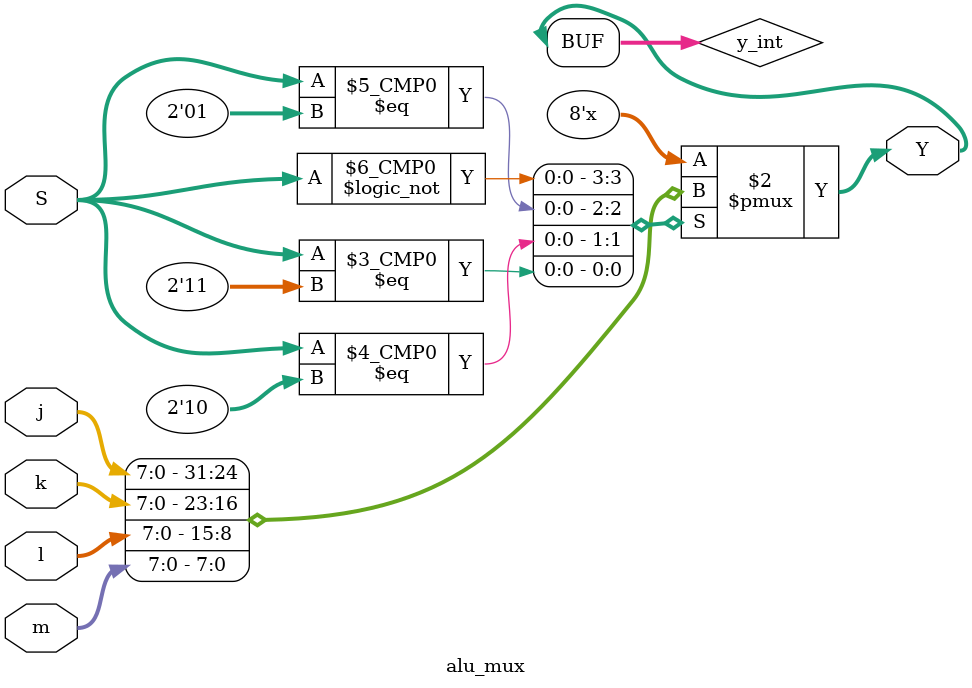
<source format=v>
`timescale 1ns / 1ps


module alu_mux(
input[7:0] j,
input[7:0] k,
input[7:0] l,
input[7:0] m,
input[1:0] S,
output[7:0]Y
    );
    
reg[7:0] y_int;
always@(*) begin
    case(S)
        2'b00: y_int = j;
        2'b01: y_int = k;
        2'b10: y_int = l;
        2'b11: y_int = m;
        endcase
     end
        
      assign Y = y_int;
    
endmodule

</source>
